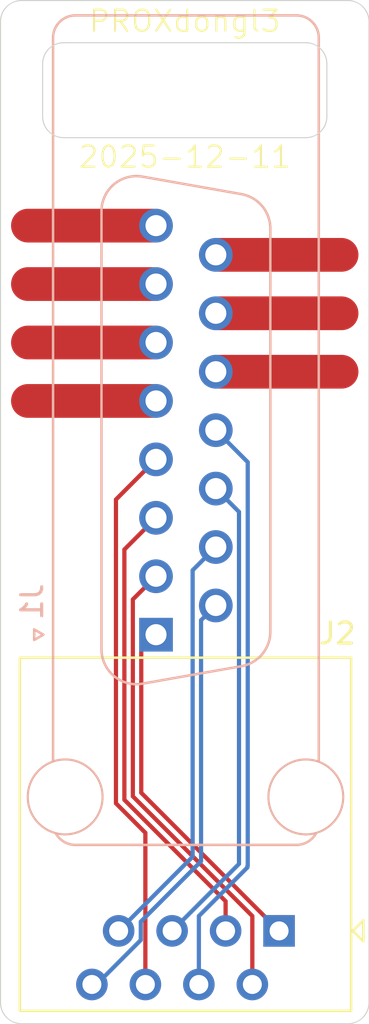
<source format=kicad_pcb>
(kicad_pcb (version 20241229) (generator "pcbnew") (generator_version "9.0")
  (layers (0 "F.Cu" signal) (2 "B.Cu" signal) (13 "F.Paste" user) (15 "B.Paste" user) (5 "F.SilkS" user "F.Silkscreen") (7 "B.SilkS" user "B.Silkscreen") (1 "F.Mask" user) (3 "B.Mask" user) (25 "Edge.Cuts" user))
  (net 0 "")
  (net 1 "unconnected-(J1-P14-Pad14)")
  (net 2 "/ETH7")
  (net 3 "/ETH6")
  (net 4 "unconnected-(J1-P15-Pad15)")
  (net 5 "/ETH1")
  (net 6 "unconnected-(J1-Pad7)")
  (net 7 "/ETH8")
  (net 8 "/ETH5")
  (net 9 "unconnected-(J1-Pad8)")
  (net 10 "unconnected-(J1-P13-Pad13)")
  (net 11 "/ETH4")
  (net 12 "/ETH3")
  (net 13 "unconnected-(J1-Pad6)")
  (net 14 "/ETH2")
  (net 15 "unconnected-(J1-Pad5)")
  (footprint "Connector_RJ:RJ45_OST_PJ012-8P8CX_Vertical" (layer "F.Cu") (at 113.23 94.1 180)
    (property "Reference" "J2" (at -2.77 14.1 180) (layer "F.SilkS"))
    (property "Value" "RJ45" (hide yes))
    (fp_line (start 12.31 12.95) (end -3.42 12.95) (stroke (width 0.12)) (layer "F.SilkS"))
    (fp_line (start 12.31 -3.79) (end 12.31 12.95) (stroke (width 0.12)) (layer "F.SilkS"))
    (fp_line (start 12.3 -3.79) (end -3.42 -3.79) (stroke (width 0.12)) (layer "F.SilkS"))
    (fp_line (start -3.42 -3.79) (end -3.42 12.95) (stroke (width 0.12)) (layer "F.SilkS"))
    (fp_line (start -3.5 0) (end -4 -0.5) (stroke (width 0.12)) (layer "F.SilkS"))
    (fp_line (start -4 0.5) (end -3.5 0) (stroke (width 0.12)) (layer "F.SilkS"))
    (fp_line (start -4 -0.5) (end -4 0.5) (stroke (width 0.12)) (layer "F.SilkS"))
    (pad "" np_thru_hole circle (at -1.27 6.35 180) (size 3.65 3.65) (drill 3.45) (layers "*.Cu" "*.SilkS" "*.Mask"))
    (pad "" np_thru_hole circle (at 10.16 6.35 180) (size 3.65 3.65) (drill 3.45) (layers "*.Cu" "*.SilkS" "*.Mask"))
    (pad "1" thru_hole rect (at 0 0 180) (size 1.5 1.5) (drill 0.9) (layers "*.Cu" "*.Mask") (net 5 "/ETH1"))
    (pad "2" thru_hole circle (at 1.27 -2.54 180) (size 1.5 1.5) (drill 0.9) (layers "*.Cu" "*.Mask") (net 14 "/ETH2"))
    (pad "3" thru_hole circle (at 2.54 0 180) (size 1.5 1.5) (drill 0.9) (layers "*.Cu" "*.Mask") (net 12 "/ETH3"))
    (pad "4" thru_hole circle (at 3.81 -2.54 180) (size 1.5 1.5) (drill 0.9) (layers "*.Cu" "*.Mask") (net 11 "/ETH4"))
    (pad "5" thru_hole circle (at 5.08 0 180) (size 1.5 1.5) (drill 0.9) (layers "*.Cu" "*.Mask") (net 8 "/ETH5"))
    (pad "6" thru_hole circle (at 6.35 -2.54 180) (size 1.5 1.5) (drill 0.9) (layers "*.Cu" "*.Mask") (net 3 "/ETH6"))
    (pad "7" thru_hole circle (at 7.62 0 180) (size 1.5 1.5) (drill 0.9) (layers "*.Cu" "*.Mask") (net 2 "/ETH7"))
    (pad "8" thru_hole circle (at 8.89 -2.54 180) (size 1.5 1.5) (drill 0.9) (layers "*.Cu" "*.Mask") (net 7 "/ETH8"))
  )
  (footprint "Connector_Dsub:DSUB-15_Socket_Vertical_P2.77x2.84mm" (layer "B.Cu") (at 107.385 80.06 -90)
    (property "Reference" "J1" (at -1.56 5.885 90) (layer "B.SilkS") (effects (justify mirror)))
    (property "Value" "DA15_Socket" (hide yes))
    (fp_line (start -0.25 5.784338) (end 0.25 5.784338) (stroke (width 0.12)) (layer "B.SilkS"))
    (fp_line (start 0.25 5.784338) (end 0 5.351325) (stroke (width 0.12)) (layer "B.SilkS"))
    (fp_line (start 0 5.351325) (end -0.25 5.784338) (stroke (width 0.12)) (layer "B.SilkS"))
    (fp_line (start -28.295 4.89) (end 8.905 4.89) (stroke (width 0.12)) (layer "B.SilkS"))
    (fp_line (start 9.965 3.83) (end 9.965 -6.67) (stroke (width 0.12)) (layer "B.SilkS"))
    (fp_line (start -20.076689 2.59) (end 0.686689 2.59) (stroke (width 0.12)) (layer "B.SilkS"))
    (fp_line (start 2.32147 0.641744) (end 1.492733 -4.058256) (stroke (width 0.12)) (layer "B.SilkS"))
    (fp_line (start -20.882733 -4.058256) (end -21.71147 0.641744) (stroke (width 0.12)) (layer "B.SilkS"))
    (fp_line (start -0.142048 -5.43) (end -19.247952 -5.43) (stroke (width 0.12)) (layer "B.SilkS"))
    (fp_line (start -29.355 -6.67) (end -29.355 3.83) (stroke (width 0.12)) (layer "B.SilkS"))
    (fp_line (start 8.905 -7.73) (end -28.295 -7.73) (stroke (width 0.12)) (layer "B.SilkS"))
    (fp_arc (start -28.295 4.89) (mid -29.044533 4.579533) (end -29.355 3.83) (stroke (width 0.12)) (layer "B.SilkS"))
    (fp_arc (start 9.965 3.83) (mid 9.654533 4.579533) (end 8.905 4.89) (stroke (width 0.12)) (layer "B.SilkS"))
    (fp_arc (start -20.076689 2.59) (mid -21.348323 1.997027) (end -21.71147 0.641744) (stroke (width 0.12)) (layer "B.SilkS"))
    (fp_arc (start 2.32147 0.641744) (mid 1.958323 1.997027) (end 0.686689 2.59) (stroke (width 0.12)) (layer "B.SilkS"))
    (fp_arc (start -20.882733 -4.058256) (mid -20.31498 -5.041634) (end -19.247952 -5.43) (stroke (width 0.12)) (layer "B.SilkS"))
    (fp_arc (start -0.142048 -5.43) (mid 0.92498 -5.041634) (end 1.492733 -4.058256) (stroke (width 0.12)) (layer "B.SilkS"))
    (fp_arc (start -29.355 -6.67) (mid -29.044533 -7.419533) (end -28.295 -7.73) (stroke (width 0.12)) (layer "B.SilkS"))
    (fp_arc (start 8.905 -7.73) (mid 9.654533 -7.419533) (end 9.965 -6.67) (stroke (width 0.12)) (layer "B.SilkS"))
    (pad "1" thru_hole rect (at 0 0 270) (size 1.6 1.6) (drill 1) (layers "*.Cu" "*.Mask") (net 5 "/ETH1"))
    (pad "2" thru_hole circle (at -2.77 0 270) (size 1.6 1.6) (drill 1) (layers "*.Cu" "*.Mask") (net 14 "/ETH2"))
    (pad "3" thru_hole circle (at -5.54 0 270) (size 1.6 1.6) (drill 1) (layers "*.Cu" "*.Mask") (net 12 "/ETH3"))
    (pad "4" thru_hole circle (at -8.31 0 270) (size 1.6 1.6) (drill 1) (layers "*.Cu" "*.Mask") (net 3 "/ETH6"))
    (pad "5" thru_hole circle (at -11.08 0 270) (size 1.6 1.6) (drill 1) (layers "*.Cu" "*.Mask") (net 15 "unconnected-(J1-Pad5)"))
    (pad "6" thru_hole circle (at -13.85 0 270) (size 1.6 1.6) (drill 1) (layers "*.Cu" "*.Mask") (net 13 "unconnected-(J1-Pad6)"))
    (pad "7" thru_hole circle (at -16.62 0 270) (size 1.6 1.6) (drill 1) (layers "*.Cu" "*.Mask") (net 6 "unconnected-(J1-Pad7)"))
    (pad "8" thru_hole circle (at -19.39 0 270) (size 1.6 1.6) (drill 1) (layers "*.Cu" "*.Mask") (net 9 "unconnected-(J1-Pad8)"))
    (pad "9" thru_hole circle (at -1.385 -2.84 270) (size 1.6 1.6) (drill 1) (layers "*.Cu" "*.Mask") (net 7 "/ETH8"))
    (pad "10" thru_hole circle (at -4.155 -2.84 270) (size 1.6 1.6) (drill 1) (layers "*.Cu" "*.Mask") (net 2 "/ETH7"))
    (pad "11" thru_hole circle (at -6.925 -2.84 270) (size 1.6 1.6) (drill 1) (layers "*.Cu" "*.Mask") (net 8 "/ETH5"))
    (pad "12" thru_hole circle (at -9.695 -2.84 270) (size 1.6 1.6) (drill 1) (layers "*.Cu" "*.Mask") (net 11 "/ETH4"))
    (pad "13" thru_hole circle (at -12.465 -2.84 270) (size 1.6 1.6) (drill 1) (layers "*.Cu" "*.Mask") (net 10 "unconnected-(J1-P13-Pad13)"))
    (pad "14" thru_hole circle (at -15.235 -2.84 270) (size 1.6 1.6) (drill 1) (layers "*.Cu" "*.Mask") (net 1 "unconnected-(J1-P14-Pad14)"))
    (pad "15" thru_hole circle (at -18.005 -2.84 270) (size 1.6 1.6) (drill 1) (layers "*.Cu" "*.Mask") (net 4 "unconnected-(J1-P15-Pad15)"))
  )
  (gr_line (start 114.5 56.5) (end 103 56.5) (stroke (width 0.05)) (layer "Edge.Cuts"))
  (gr_line (start 100 97.5) (end 100 51) (stroke (width 0.05)) (layer "Edge.Cuts"))
  (gr_line (start 117.5 51) (end 117.5 97.5) (stroke (width 0.05)) (layer "Edge.Cuts"))
  (gr_arc (start 115.5 55.5) (mid 115.207107 56.207107) (end 114.5 56.5) (stroke (width 0.05)) (layer "Edge.Cuts"))
  (gr_line (start 101 50) (end 116.5 50) (stroke (width 0.05)) (layer "Edge.Cuts"))
  (gr_arc (start 116.5 50) (mid 117.207107 50.292893) (end 117.5 51) (stroke (width 0.05)) (layer "Edge.Cuts"))
  (gr_arc (start 114.5 52) (mid 115.207107 52.292893) (end 115.5 53) (stroke (width 0.05)) (layer "Edge.Cuts"))
  (gr_arc (start 101 98.5) (mid 100.292893 98.207107) (end 100 97.5) (stroke (width 0.05)) (layer "Edge.Cuts"))
  (gr_line (start 102 55.5) (end 102 53) (stroke (width 0.05)) (layer "Edge.Cuts"))
  (gr_line (start 116.5 98.5) (end 101 98.5) (stroke (width 0.05)) (layer "Edge.Cuts"))
  (gr_line (start 103 52) (end 114.5 52) (stroke (width 0.05)) (layer "Edge.Cuts"))
  (gr_arc (start 102 53) (mid 102.292893 52.292893) (end 103 52) (stroke (width 0.05)) (layer "Edge.Cuts"))
  (gr_line (start 115.5 53) (end 115.5 55.5) (stroke (width 0.05)) (layer "Edge.Cuts"))
  (gr_arc (start 117.5 97.5) (mid 117.207107 98.207107) (end 116.5 98.5) (stroke (width 0.05)) (layer "Edge.Cuts"))
  (gr_arc (start 103 56.5) (mid 102.292893 56.207107) (end 102 55.5) (stroke (width 0.05)) (layer "Edge.Cuts"))
  (gr_arc (start 100 51) (mid 100.292893 50.292893) (end 101 50) (stroke (width 0.05)) (layer "Edge.Cuts"))
  (gr_text "PROXdongl3\n\n\n\n2025-12-11" (at 108.75 58 0) (layer "F.SilkS") (effects (font (size 1 1) (thickness 0.1)) (justify bottom)))
  (segment (start 110.225 64.825) (end 116.2 64.825) (width 1.6) (layers "F.Cu" "F.Mask") (net 1))
  (segment (start 109.124 90.586) (end 105.61 94.1) (width 0.2) (layer "B.Cu") (net 2))
  (segment (start 109.124 77.006) (end 109.124 90.586) (width 0.2) (layer "B.Cu") (net 2))
  (segment (start 105.61 94.1) (end 105.5 93.99) (width 0.2) (layer "B.Cu") (net 2))
  (segment (start 110.225 75.905) (end 109.124 77.006) (width 0.2) (layer "B.Cu") (net 2))
  (segment (start 106.88 96.64) (end 106.88 89.4513) (width 0.2) (layer "F.Cu") (net 3))
  (segment (start 105.482 88.0533) (end 105.482 73.653) (width 0.2) (layer "F.Cu") (net 3))
  (segment (start 106.88 89.4513) (end 105.482 88.0533) (width 0.2) (layer "F.Cu") (net 3))
  (segment (start 105.482 73.653) (end 107.385 71.75) (width 0.2) (layer "F.Cu") (net 3))
  (segment (start 110.225 62.055) (end 116.2 62.055) (width 1.6) (layers "F.Cu" "F.Mask") (net 4))
  (segment (start 107.385 80.06) (end 106.685 80.76) (width 0.2) (layer "F.Cu") (net 5))
  (segment (start 106.685 87.555) (end 113.23 94.1) (width 0.2) (layer "F.Cu") (net 5))
  (segment (start 106.685 80.76) (end 106.685 87.555) (width 0.2) (layer "F.Cu") (net 5))
  (segment (start 107.385 63.44) (end 101.3 63.44) (width 1.6) (layers "F.Cu" "F.Mask") (net 6))
  (segment (start 109.525 90.800661) (end 106.661 93.664661) (width 0.2) (layer "B.Cu") (net 7))
  (segment (start 110.225 78.675) (end 109.525 79.375) (width 0.2) (layer "B.Cu") (net 7))
  (segment (start 109.525 79.375) (end 109.525 90.800661) (width 0.2) (layer "B.Cu") (net 7))
  (segment (start 106.661 93.664661) (end 106.661 94.535339) (width 0.2) (layer "B.Cu") (net 7))
  (segment (start 106.661 94.535339) (end 104.556339 96.64) (width 0.2) (layer "B.Cu") (net 7))
  (segment (start 104.556339 96.64) (end 104.34 96.64) (width 0.2) (layer "B.Cu") (net 7))
  (segment (start 111.326 74.236) (end 111.326 90.924) (width 0.2) (layer "B.Cu") (net 8))
  (segment (start 110.225 73.135) (end 111.326 74.236) (width 0.2) (layer "B.Cu") (net 8))
  (segment (start 111.326 90.924) (end 108.15 94.1) (width 0.2) (layer "B.Cu") (net 8))
  (segment (start 107.379675 60.664675) (end 107.385 60.67) (width 0.2) (layer "F.Cu") (net 9))
  (segment (start 107.385 60.67) (end 101.3 60.67) (width 1.6) (layers "F.Cu" "F.Mask") (net 9))
  (segment (start 110.225 67.595) (end 116.2 67.595) (width 1.6) (layers "F.Cu" "F.Mask") (net 10))
  (segment (start 111.741 71.881) (end 111.741 91.009) (width 0.2) (layer "B.Cu") (net 11))
  (segment (start 111.741 91.009) (end 111.727 91.023) (width 0.2) (layer "B.Cu") (net 11))
  (segment (start 111.727 91.0901) (end 109.42 93.3971) (width 0.2) (layer "B.Cu") (net 11))
  (segment (start 111.727 91.023) (end 111.727 91.0901) (width 0.2) (layer "B.Cu") (net 11))
  (segment (start 110.225 70.365) (end 111.741 71.881) (width 0.2) (layer "B.Cu") (net 11))
  (segment (start 109.42 93.3971) (end 109.42 96.64) (width 0.2) (layer "B.Cu") (net 11))
  (segment (start 110.69 94.1) (end 110.69 92.6942) (width 0.2) (layer "F.Cu") (net 12))
  (segment (start 110.69 92.6942) (end 105.883 87.8872) (width 0.2) (layer "F.Cu") (net 12))
  (segment (start 105.883 76.022) (end 107.385 74.52) (width 0.2) (layer "F.Cu") (net 12))
  (segment (start 105.883 87.8872) (end 105.883 76.022) (width 0.2) (layer "F.Cu") (net 12))
  (segment (start 107.385 66.21) (end 101.3 66.21) (width 1.6) (layers "F.Cu" "F.Mask") (net 13))
  (segment (start 111.96 96.64) (end 111.96 93.3971) (width 0.2) (layer "F.Cu") (net 14))
  (segment (start 111.96 93.3971) (end 106.284 87.7211) (width 0.2) (layer "F.Cu") (net 14))
  (segment (start 106.284 78.391) (end 107.385 77.29) (width 0.2) (layer "F.Cu") (net 14))
  (segment (start 106.284 87.7211) (end 106.284 78.391) (width 0.2) (layer "F.Cu") (net 14))
  (segment (start 107.385 68.98) (end 101.3 68.98) (width 1.6) (layers "F.Cu" "F.Mask") (net 15))
)
</source>
